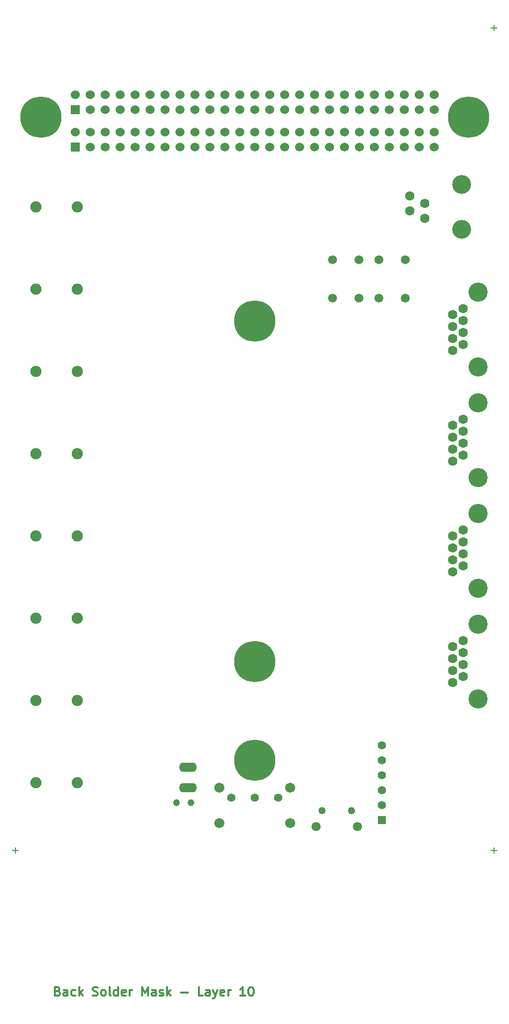
<source format=gbs>
G04 (created by PCBNEW (2013-07-07 BZR 4022)-stable) date 2/21/2016 2:52:37 PM*
%MOIN*%
G04 Gerber Fmt 3.4, Leading zero omitted, Abs format*
%FSLAX34Y34*%
G01*
G70*
G90*
G04 APERTURE LIST*
%ADD10C,0.00590551*%
%ADD11C,0.005*%
%ADD12C,0.0118*%
%ADD13C,0.0748031*%
%ADD14C,0.0672*%
%ADD15C,0.0551181*%
%ADD16C,0.275591*%
%ADD17R,0.06X0.06*%
%ADD18C,0.06*%
%ADD19C,0.127953*%
%ADD20C,0.0629921*%
%ADD21C,0.125984*%
%ADD22C,0.2756*%
%ADD23R,0.055X0.055*%
%ADD24C,0.055*%
%ADD25O,0.12X0.062*%
%ADD26O,0.12X0.063*%
%ADD27C,0.0610236*%
%ADD28C,0.0492126*%
%ADD29C,0.046*%
%ADD30C,0.0590551*%
G04 APERTURE END LIST*
G54D10*
G54D11*
X42190Y-9011D02*
X41809Y-9011D01*
X42000Y-9202D02*
X42000Y-8821D01*
X10190Y-64011D02*
X9809Y-64011D01*
X10000Y-64202D02*
X10000Y-63821D01*
X42190Y-64011D02*
X41809Y-64011D01*
X42000Y-64202D02*
X42000Y-63821D01*
G54D12*
X12837Y-73429D02*
X12922Y-73457D01*
X12950Y-73485D01*
X12978Y-73542D01*
X12978Y-73626D01*
X12950Y-73682D01*
X12922Y-73711D01*
X12865Y-73739D01*
X12640Y-73739D01*
X12640Y-73148D01*
X12837Y-73148D01*
X12894Y-73176D01*
X12922Y-73204D01*
X12950Y-73260D01*
X12950Y-73317D01*
X12922Y-73373D01*
X12894Y-73401D01*
X12837Y-73429D01*
X12640Y-73429D01*
X13485Y-73739D02*
X13485Y-73429D01*
X13456Y-73373D01*
X13400Y-73345D01*
X13288Y-73345D01*
X13231Y-73373D01*
X13485Y-73711D02*
X13428Y-73739D01*
X13288Y-73739D01*
X13231Y-73711D01*
X13203Y-73654D01*
X13203Y-73598D01*
X13231Y-73542D01*
X13288Y-73514D01*
X13428Y-73514D01*
X13485Y-73485D01*
X14019Y-73711D02*
X13963Y-73739D01*
X13850Y-73739D01*
X13794Y-73711D01*
X13766Y-73682D01*
X13738Y-73626D01*
X13738Y-73457D01*
X13766Y-73401D01*
X13794Y-73373D01*
X13850Y-73345D01*
X13963Y-73345D01*
X14019Y-73373D01*
X14272Y-73739D02*
X14272Y-73148D01*
X14329Y-73514D02*
X14498Y-73739D01*
X14498Y-73345D02*
X14272Y-73570D01*
X15173Y-73711D02*
X15258Y-73739D01*
X15398Y-73739D01*
X15455Y-73711D01*
X15483Y-73682D01*
X15511Y-73626D01*
X15511Y-73570D01*
X15483Y-73514D01*
X15455Y-73485D01*
X15398Y-73457D01*
X15286Y-73429D01*
X15229Y-73401D01*
X15201Y-73373D01*
X15173Y-73317D01*
X15173Y-73260D01*
X15201Y-73204D01*
X15229Y-73176D01*
X15286Y-73148D01*
X15426Y-73148D01*
X15511Y-73176D01*
X15849Y-73739D02*
X15792Y-73711D01*
X15764Y-73682D01*
X15736Y-73626D01*
X15736Y-73457D01*
X15764Y-73401D01*
X15792Y-73373D01*
X15849Y-73345D01*
X15933Y-73345D01*
X15989Y-73373D01*
X16017Y-73401D01*
X16046Y-73457D01*
X16046Y-73626D01*
X16017Y-73682D01*
X15989Y-73711D01*
X15933Y-73739D01*
X15849Y-73739D01*
X16383Y-73739D02*
X16327Y-73711D01*
X16299Y-73654D01*
X16299Y-73148D01*
X16862Y-73739D02*
X16862Y-73148D01*
X16862Y-73711D02*
X16805Y-73739D01*
X16693Y-73739D01*
X16636Y-73711D01*
X16608Y-73682D01*
X16580Y-73626D01*
X16580Y-73457D01*
X16608Y-73401D01*
X16636Y-73373D01*
X16693Y-73345D01*
X16805Y-73345D01*
X16862Y-73373D01*
X17368Y-73711D02*
X17312Y-73739D01*
X17199Y-73739D01*
X17143Y-73711D01*
X17115Y-73654D01*
X17115Y-73429D01*
X17143Y-73373D01*
X17199Y-73345D01*
X17312Y-73345D01*
X17368Y-73373D01*
X17396Y-73429D01*
X17396Y-73485D01*
X17115Y-73542D01*
X17650Y-73739D02*
X17650Y-73345D01*
X17650Y-73457D02*
X17678Y-73401D01*
X17706Y-73373D01*
X17762Y-73345D01*
X17818Y-73345D01*
X18466Y-73739D02*
X18466Y-73148D01*
X18663Y-73570D01*
X18860Y-73148D01*
X18860Y-73739D01*
X19394Y-73739D02*
X19394Y-73429D01*
X19366Y-73373D01*
X19310Y-73345D01*
X19197Y-73345D01*
X19141Y-73373D01*
X19394Y-73711D02*
X19338Y-73739D01*
X19197Y-73739D01*
X19141Y-73711D01*
X19113Y-73654D01*
X19113Y-73598D01*
X19141Y-73542D01*
X19197Y-73514D01*
X19338Y-73514D01*
X19394Y-73485D01*
X19648Y-73711D02*
X19704Y-73739D01*
X19817Y-73739D01*
X19873Y-73711D01*
X19901Y-73654D01*
X19901Y-73626D01*
X19873Y-73570D01*
X19817Y-73542D01*
X19732Y-73542D01*
X19676Y-73514D01*
X19648Y-73457D01*
X19648Y-73429D01*
X19676Y-73373D01*
X19732Y-73345D01*
X19817Y-73345D01*
X19873Y-73373D01*
X20154Y-73739D02*
X20154Y-73148D01*
X20211Y-73514D02*
X20379Y-73739D01*
X20379Y-73345D02*
X20154Y-73570D01*
X21083Y-73514D02*
X21533Y-73514D01*
X22547Y-73739D02*
X22265Y-73739D01*
X22265Y-73148D01*
X22997Y-73739D02*
X22997Y-73429D01*
X22969Y-73373D01*
X22912Y-73345D01*
X22800Y-73345D01*
X22744Y-73373D01*
X22997Y-73711D02*
X22941Y-73739D01*
X22800Y-73739D01*
X22744Y-73711D01*
X22715Y-73654D01*
X22715Y-73598D01*
X22744Y-73542D01*
X22800Y-73514D01*
X22941Y-73514D01*
X22997Y-73485D01*
X23222Y-73345D02*
X23363Y-73739D01*
X23503Y-73345D02*
X23363Y-73739D01*
X23306Y-73879D01*
X23278Y-73908D01*
X23222Y-73936D01*
X23954Y-73711D02*
X23897Y-73739D01*
X23785Y-73739D01*
X23729Y-73711D01*
X23700Y-73654D01*
X23700Y-73429D01*
X23729Y-73373D01*
X23785Y-73345D01*
X23897Y-73345D01*
X23954Y-73373D01*
X23982Y-73429D01*
X23982Y-73485D01*
X23700Y-73542D01*
X24235Y-73739D02*
X24235Y-73345D01*
X24235Y-73457D02*
X24263Y-73401D01*
X24291Y-73373D01*
X24348Y-73345D01*
X24404Y-73345D01*
X25361Y-73739D02*
X25023Y-73739D01*
X25192Y-73739D02*
X25192Y-73148D01*
X25136Y-73232D01*
X25079Y-73288D01*
X25023Y-73317D01*
X25727Y-73148D02*
X25783Y-73148D01*
X25839Y-73176D01*
X25867Y-73204D01*
X25896Y-73260D01*
X25924Y-73373D01*
X25924Y-73514D01*
X25896Y-73626D01*
X25867Y-73682D01*
X25839Y-73711D01*
X25783Y-73739D01*
X25727Y-73739D01*
X25670Y-73711D01*
X25642Y-73682D01*
X25614Y-73626D01*
X25586Y-73514D01*
X25586Y-73373D01*
X25614Y-73260D01*
X25642Y-73204D01*
X25670Y-73176D01*
X25727Y-73148D01*
G54D13*
X14133Y-21000D03*
X11377Y-21000D03*
X14133Y-26500D03*
X11377Y-26500D03*
X14133Y-32000D03*
X11377Y-32000D03*
X14133Y-37500D03*
X11377Y-37500D03*
X14133Y-43000D03*
X11377Y-43000D03*
X14133Y-48500D03*
X11377Y-48500D03*
X14133Y-54000D03*
X11377Y-54000D03*
X14133Y-59500D03*
X11377Y-59500D03*
G54D14*
X23637Y-62181D03*
X28362Y-62181D03*
G54D15*
X26000Y-60507D03*
X27574Y-60507D03*
X24425Y-60507D03*
G54D14*
X23637Y-59818D03*
X28362Y-59818D03*
G54D16*
X26000Y-58000D03*
X40300Y-15000D03*
X11700Y-15000D03*
G54D17*
X14000Y-14500D03*
G54D18*
X14000Y-13500D03*
X15000Y-14500D03*
X15000Y-13500D03*
X16000Y-14500D03*
X16000Y-13500D03*
X17000Y-14500D03*
X17000Y-13500D03*
X18000Y-14500D03*
X18000Y-13500D03*
X19000Y-14500D03*
X19000Y-13500D03*
X20000Y-14500D03*
X20000Y-13500D03*
X21000Y-14500D03*
X21000Y-13500D03*
X22000Y-14500D03*
X22000Y-13500D03*
X23000Y-14500D03*
X23000Y-13500D03*
X24000Y-14500D03*
X24000Y-13500D03*
X25000Y-14500D03*
X25000Y-13500D03*
X26000Y-14500D03*
X26000Y-13500D03*
X27000Y-14500D03*
X27000Y-13500D03*
X28000Y-14500D03*
X28000Y-13500D03*
X29000Y-14500D03*
X29000Y-13500D03*
X30000Y-14500D03*
X30000Y-13500D03*
X31000Y-14500D03*
X31000Y-13500D03*
X32000Y-14500D03*
X32000Y-13500D03*
X33000Y-14500D03*
X33000Y-13500D03*
X34000Y-14500D03*
X34000Y-13500D03*
X35000Y-14500D03*
X35000Y-13500D03*
X36000Y-14500D03*
X36000Y-13500D03*
X37000Y-14500D03*
X37000Y-13500D03*
X38000Y-14500D03*
X38000Y-13500D03*
G54D17*
X14000Y-17000D03*
G54D18*
X14000Y-16000D03*
X15000Y-17000D03*
X15000Y-16000D03*
X16000Y-17000D03*
X16000Y-16000D03*
X17000Y-17000D03*
X17000Y-16000D03*
X18000Y-17000D03*
X18000Y-16000D03*
X19000Y-17000D03*
X19000Y-16000D03*
X20000Y-17000D03*
X20000Y-16000D03*
X21000Y-17000D03*
X21000Y-16000D03*
X22000Y-17000D03*
X22000Y-16000D03*
X23000Y-17000D03*
X23000Y-16000D03*
X24000Y-17000D03*
X24000Y-16000D03*
X25000Y-17000D03*
X25000Y-16000D03*
X26000Y-17000D03*
X26000Y-16000D03*
X27000Y-17000D03*
X27000Y-16000D03*
X28000Y-17000D03*
X28000Y-16000D03*
X29000Y-17000D03*
X29000Y-16000D03*
X30000Y-17000D03*
X30000Y-16000D03*
X31000Y-17000D03*
X31000Y-16000D03*
X32000Y-17000D03*
X32000Y-16000D03*
X33000Y-17000D03*
X33000Y-16000D03*
X34000Y-17000D03*
X34000Y-16000D03*
X35000Y-17000D03*
X35000Y-16000D03*
X36000Y-17000D03*
X36000Y-16000D03*
X37000Y-17000D03*
X37000Y-16000D03*
X38000Y-17000D03*
X38000Y-16000D03*
G54D19*
X40952Y-53900D03*
X40952Y-48900D03*
G54D20*
X39952Y-51596D03*
X39952Y-50797D03*
X39251Y-52002D03*
X39251Y-51203D03*
X39251Y-52801D03*
X39952Y-52396D03*
X39251Y-50403D03*
X39952Y-49998D03*
G54D19*
X40952Y-39100D03*
X40952Y-34100D03*
G54D20*
X39952Y-36796D03*
X39952Y-35997D03*
X39251Y-37202D03*
X39251Y-36403D03*
X39251Y-38001D03*
X39952Y-37596D03*
X39251Y-35603D03*
X39952Y-35198D03*
G54D19*
X40952Y-31700D03*
X40952Y-26700D03*
G54D20*
X39952Y-29396D03*
X39952Y-28597D03*
X39251Y-29802D03*
X39251Y-29003D03*
X39251Y-30601D03*
X39952Y-30196D03*
X39251Y-28203D03*
X39952Y-27798D03*
G54D19*
X40952Y-46500D03*
X40952Y-41500D03*
G54D20*
X39952Y-44196D03*
X39952Y-43397D03*
X39251Y-44602D03*
X39251Y-43803D03*
X39251Y-45401D03*
X39952Y-44996D03*
X39251Y-43003D03*
X39952Y-42598D03*
G54D21*
X39852Y-22500D03*
X39852Y-19500D03*
G54D20*
X36368Y-21248D03*
X36368Y-20251D03*
X37368Y-21748D03*
X37368Y-20751D03*
G54D22*
X26000Y-28622D03*
X26000Y-51377D03*
G54D23*
X34500Y-62000D03*
G54D24*
X34500Y-61000D03*
X34500Y-60000D03*
X34500Y-59000D03*
X34500Y-58000D03*
X34500Y-57000D03*
G54D25*
X21550Y-59838D03*
G54D26*
X21550Y-58461D03*
G54D27*
X30122Y-62429D03*
G54D28*
X32484Y-61375D03*
X30515Y-61375D03*
G54D27*
X32877Y-62429D03*
G54D29*
X21742Y-60837D03*
X20757Y-60837D03*
G54D30*
X32985Y-24520D03*
X31214Y-24520D03*
X31214Y-27079D03*
X32985Y-27079D03*
X36085Y-24520D03*
X34314Y-24520D03*
X34314Y-27079D03*
X36085Y-27079D03*
M02*

</source>
